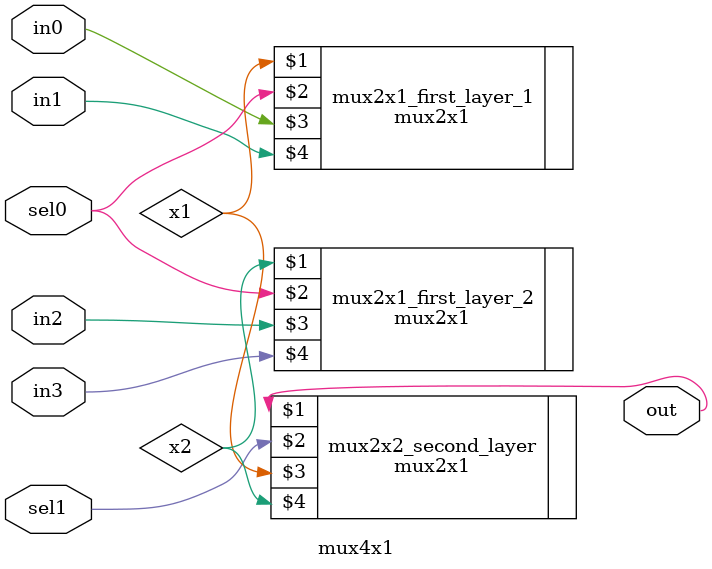
<source format=v>
module mux4x1(out, sel0, sel1, in0, in1, in2, in3);

	input sel0, sel1, in0, in1, in2, in3;
	output out;
	wire x1, x2;
	
	mux2x1 mux2x1_first_layer_1(x1, sel0, in0, in1);
	mux2x1 mux2x1_first_layer_2(x2, sel0, in2, in3);
	
	mux2x1 mux2x2_second_layer(out, sel1, x1, x2);
	
endmodule
</source>
